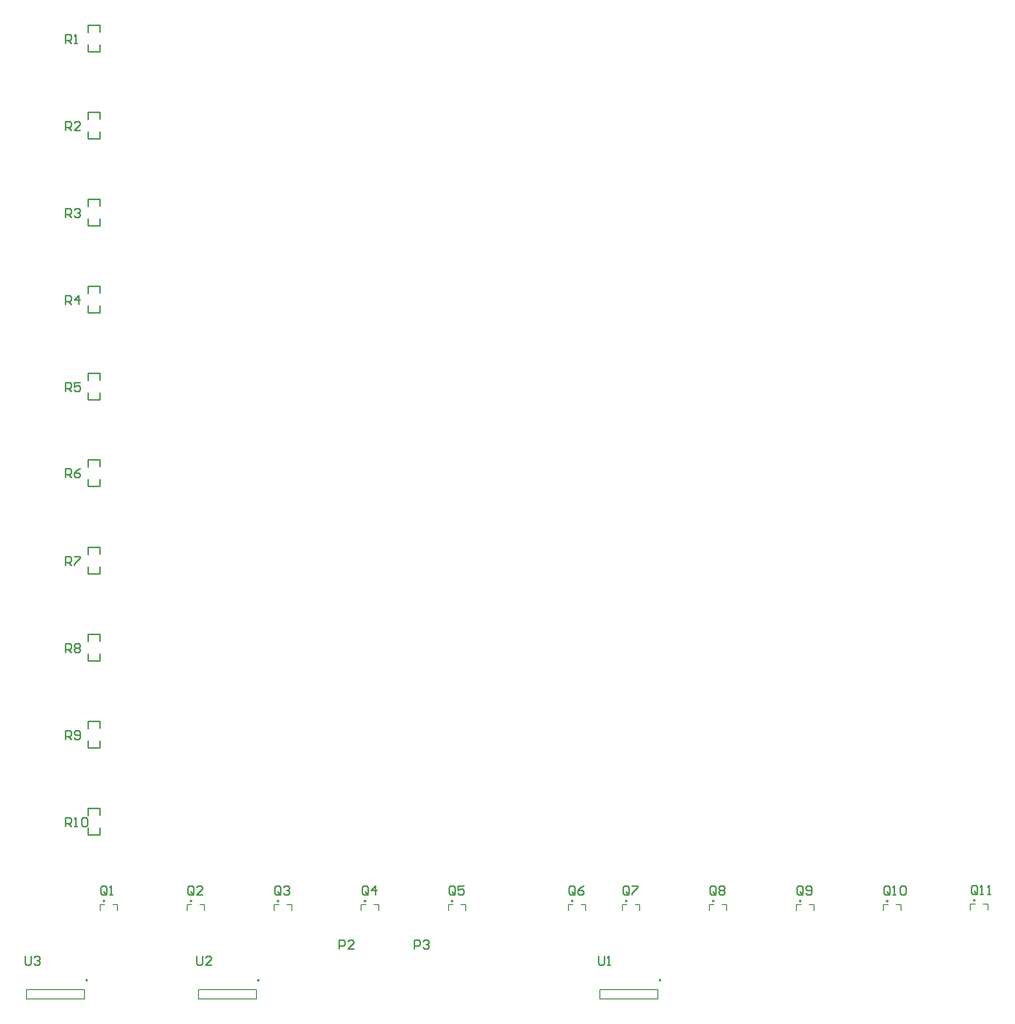
<source format=gto>
G04 Layer_Color=65535*
%FSLAX25Y25*%
%MOIN*%
G70*
G01*
G75*
%ADD22C,0.00984*%
%ADD23C,0.00787*%
%ADD24C,0.01000*%
D22*
X-304642Y-343854D02*
G03*
X-304642Y-343854I-492J0D01*
G01*
X84358D02*
G03*
X84358Y-343854I-492J0D01*
G01*
X-188142D02*
G03*
X-188142Y-343854I-492J0D01*
G01*
X-292906Y-290158D02*
G03*
X-292906Y-290158I-492J0D01*
G01*
X24705Y-290158D02*
G03*
X24705Y-290158I-492J0D01*
G01*
X-233851Y-290158D02*
G03*
X-233851Y-290158I-492J0D01*
G01*
X-174795D02*
G03*
X-174795Y-290158I-492J0D01*
G01*
X-115740D02*
G03*
X-115740Y-290158I-492J0D01*
G01*
X-56685D02*
G03*
X-56685Y-290158I-492J0D01*
G01*
X61425D02*
G03*
X61425Y-290158I-492J0D01*
G01*
X120480D02*
G03*
X120480Y-290158I-492J0D01*
G01*
X179535D02*
G03*
X179535Y-290158I-492J0D01*
G01*
X238591D02*
G03*
X238591Y-290158I-492J0D01*
G01*
X297646Y-289685D02*
G03*
X297646Y-289685I-492J0D01*
G01*
D23*
X-345862Y-356650D02*
Y-350350D01*
X-306492Y-356650D02*
Y-350350D01*
X-345862Y-356650D02*
X-306492D01*
X-345862Y-350350D02*
X-306492D01*
X43138Y-356650D02*
Y-350350D01*
X82508Y-356650D02*
Y-350350D01*
X43138Y-356650D02*
X82508D01*
X43138Y-350350D02*
X82508D01*
X-229362D02*
X-189992D01*
X-229362Y-356650D02*
X-189992D01*
Y-350350D01*
X-229362Y-356650D02*
Y-350350D01*
X-287296Y-292717D02*
X-284146D01*
Y-296654D02*
Y-292717D01*
X-295957D02*
X-292807D01*
X-295957Y-296654D02*
Y-292717D01*
X30315Y-292717D02*
X33465D01*
Y-296654D02*
Y-292717D01*
X21654D02*
X24803D01*
X21654Y-296654D02*
Y-292717D01*
X-228240Y-292717D02*
X-225091D01*
Y-296654D02*
Y-292717D01*
X-236902D02*
X-233752D01*
X-236902Y-296654D02*
Y-292717D01*
X-169185D02*
X-166036D01*
Y-296654D02*
Y-292717D01*
X-177847D02*
X-174697D01*
X-177847Y-296654D02*
Y-292717D01*
X-110130D02*
X-106981D01*
Y-296654D02*
Y-292717D01*
X-118792D02*
X-115642D01*
X-118792Y-296654D02*
Y-292717D01*
X-51075D02*
X-47925D01*
Y-296654D02*
Y-292717D01*
X-59736D02*
X-56587D01*
X-59736Y-296654D02*
Y-292717D01*
X67035D02*
X70185D01*
Y-296654D02*
Y-292717D01*
X58374D02*
X61523D01*
X58374Y-296654D02*
Y-292717D01*
X126091D02*
X129240D01*
Y-296654D02*
Y-292717D01*
X117429D02*
X120579D01*
X117429Y-296654D02*
Y-292717D01*
X185146D02*
X188295D01*
Y-296654D02*
Y-292717D01*
X176484D02*
X179634D01*
X176484Y-296654D02*
Y-292717D01*
X244201D02*
X247350D01*
Y-296654D02*
Y-292717D01*
X235539D02*
X238689D01*
X235539Y-296654D02*
Y-292717D01*
X303256Y-292244D02*
X306405D01*
Y-296181D02*
Y-292244D01*
X294595D02*
X297744D01*
X294595Y-296181D02*
Y-292244D01*
D24*
X-304182Y-245390D02*
Y-240665D01*
Y-245390D02*
X-296308D01*
Y-240665D01*
Y-232004D02*
Y-227279D01*
X-304182D02*
X-296308D01*
X-304182Y-232398D02*
Y-227279D01*
Y-186390D02*
Y-181665D01*
Y-186390D02*
X-296308D01*
Y-181665D01*
Y-173004D02*
Y-168280D01*
X-304182D02*
X-296308D01*
X-304182Y-173398D02*
Y-168280D01*
Y-127390D02*
Y-122665D01*
Y-127390D02*
X-296308D01*
Y-122665D01*
Y-114004D02*
Y-109280D01*
X-304182D02*
X-296308D01*
X-304182Y-114398D02*
Y-109280D01*
Y-68390D02*
Y-63665D01*
Y-68390D02*
X-296308D01*
Y-63665D01*
Y-55004D02*
Y-50279D01*
X-304182D02*
X-296308D01*
X-304182Y-55398D02*
Y-50279D01*
Y-8890D02*
Y-4165D01*
Y-8890D02*
X-296308D01*
Y-4165D01*
Y4496D02*
Y9221D01*
X-304182D02*
X-296308D01*
X-304182Y4102D02*
Y9221D01*
Y49610D02*
Y54335D01*
Y49610D02*
X-296308D01*
Y54335D01*
Y62996D02*
Y67721D01*
X-304182D02*
X-296308D01*
X-304182Y62602D02*
Y67721D01*
Y108610D02*
Y113335D01*
Y108610D02*
X-296308D01*
Y113335D01*
Y121996D02*
Y126720D01*
X-304182D02*
X-296308D01*
X-304182Y121602D02*
Y126720D01*
Y167610D02*
Y172335D01*
Y167610D02*
X-296308D01*
Y172335D01*
Y180996D02*
Y185721D01*
X-304182D02*
X-296308D01*
X-304182Y180602D02*
Y185721D01*
Y226610D02*
Y231335D01*
Y226610D02*
X-296308D01*
Y231335D01*
Y239996D02*
Y244721D01*
X-304182D02*
X-296308D01*
X-304182Y239602D02*
Y244721D01*
Y285610D02*
Y290335D01*
Y285610D02*
X-296308D01*
Y290335D01*
Y298996D02*
Y303720D01*
X-304182D02*
X-296308D01*
X-304182Y298602D02*
Y303720D01*
X-291584Y-284936D02*
Y-280938D01*
X-292584Y-279938D01*
X-294583D01*
X-295583Y-280938D01*
Y-284936D01*
X-294583Y-285936D01*
X-292584D01*
X-293584Y-283937D02*
X-291584Y-285936D01*
X-292584D02*
X-291584Y-284936D01*
X-289585Y-285936D02*
X-287586D01*
X-288585D01*
Y-279938D01*
X-289585Y-280938D01*
X26050Y-284937D02*
Y-280938D01*
X25051Y-279938D01*
X23051D01*
X22052Y-280938D01*
Y-284937D01*
X23051Y-285936D01*
X25051D01*
X24051Y-283937D02*
X26050Y-285936D01*
X25051D02*
X26050Y-284937D01*
X32048Y-279938D02*
X30049Y-280938D01*
X28050Y-282937D01*
Y-284937D01*
X29049Y-285936D01*
X31049D01*
X32048Y-284937D01*
Y-283937D01*
X31049Y-282937D01*
X28050D01*
X-230502Y-327738D02*
Y-332736D01*
X-229503Y-333736D01*
X-227503D01*
X-226504Y-332736D01*
Y-327738D01*
X-220506Y-333736D02*
X-224504D01*
X-220506Y-329737D01*
Y-328738D01*
X-221505Y-327738D01*
X-223505D01*
X-224504Y-328738D01*
X299016Y-284461D02*
Y-280462D01*
X298016Y-279463D01*
X296017D01*
X295017Y-280462D01*
Y-284461D01*
X296017Y-285461D01*
X298016D01*
X297016Y-283461D02*
X299016Y-285461D01*
X298016D02*
X299016Y-284461D01*
X301015Y-285461D02*
X303014D01*
X302015D01*
Y-279463D01*
X301015Y-280462D01*
X306013Y-285461D02*
X308013D01*
X307013D01*
Y-279463D01*
X306013Y-280462D01*
X239916Y-284936D02*
Y-280938D01*
X238916Y-279938D01*
X236917D01*
X235917Y-280938D01*
Y-284936D01*
X236917Y-285936D01*
X238916D01*
X237916Y-283937D02*
X239916Y-285936D01*
X238916D02*
X239916Y-284936D01*
X241915Y-285936D02*
X243914D01*
X242915D01*
Y-279938D01*
X241915Y-280938D01*
X246913D02*
X247913Y-279938D01*
X249912D01*
X250912Y-280938D01*
Y-284936D01*
X249912Y-285936D01*
X247913D01*
X246913Y-284936D01*
Y-280938D01*
X180916Y-284936D02*
Y-280938D01*
X179916Y-279938D01*
X177917D01*
X176917Y-280938D01*
Y-284936D01*
X177917Y-285936D01*
X179916D01*
X178916Y-283937D02*
X180916Y-285936D01*
X179916D02*
X180916Y-284936D01*
X182915D02*
X183915Y-285936D01*
X185914D01*
X186914Y-284936D01*
Y-280938D01*
X185914Y-279938D01*
X183915D01*
X182915Y-280938D01*
Y-281938D01*
X183915Y-282937D01*
X186914D01*
X121816Y-284936D02*
Y-280938D01*
X120816Y-279938D01*
X118817D01*
X117817Y-280938D01*
Y-284936D01*
X118817Y-285936D01*
X120816D01*
X119816Y-283937D02*
X121816Y-285936D01*
X120816D02*
X121816Y-284936D01*
X123815Y-280938D02*
X124815Y-279938D01*
X126814D01*
X127814Y-280938D01*
Y-281938D01*
X126814Y-282937D01*
X127814Y-283937D01*
Y-284936D01*
X126814Y-285936D01*
X124815D01*
X123815Y-284936D01*
Y-283937D01*
X124815Y-282937D01*
X123815Y-281938D01*
Y-280938D01*
X124815Y-282937D02*
X126814D01*
X62816Y-284936D02*
Y-280938D01*
X61816Y-279938D01*
X59816D01*
X58817Y-280938D01*
Y-284936D01*
X59816Y-285936D01*
X61816D01*
X60816Y-283937D02*
X62816Y-285936D01*
X61816D02*
X62816Y-284936D01*
X64815Y-279938D02*
X68814D01*
Y-280938D01*
X64815Y-284936D01*
Y-285936D01*
X-55284Y-284936D02*
Y-280938D01*
X-56284Y-279938D01*
X-58284D01*
X-59283Y-280938D01*
Y-284936D01*
X-58284Y-285936D01*
X-56284D01*
X-57284Y-283937D02*
X-55284Y-285936D01*
X-56284D02*
X-55284Y-284936D01*
X-49286Y-279938D02*
X-53285D01*
Y-282937D01*
X-51286Y-281938D01*
X-50286D01*
X-49286Y-282937D01*
Y-284936D01*
X-50286Y-285936D01*
X-52285D01*
X-53285Y-284936D01*
X-114384D02*
Y-280938D01*
X-115384Y-279938D01*
X-117383D01*
X-118383Y-280938D01*
Y-284936D01*
X-117383Y-285936D01*
X-115384D01*
X-116384Y-283937D02*
X-114384Y-285936D01*
X-115384D02*
X-114384Y-284936D01*
X-109386Y-285936D02*
Y-279938D01*
X-112385Y-282937D01*
X-108386D01*
X-173484Y-284936D02*
Y-280938D01*
X-174484Y-279938D01*
X-176483D01*
X-177483Y-280938D01*
Y-284936D01*
X-176483Y-285936D01*
X-174484D01*
X-175484Y-283937D02*
X-173484Y-285936D01*
X-174484D02*
X-173484Y-284936D01*
X-171485Y-280938D02*
X-170485Y-279938D01*
X-168486D01*
X-167486Y-280938D01*
Y-281938D01*
X-168486Y-282937D01*
X-169486D01*
X-168486D01*
X-167486Y-283937D01*
Y-284936D01*
X-168486Y-285936D01*
X-170485D01*
X-171485Y-284936D01*
X-232484D02*
Y-280938D01*
X-233484Y-279938D01*
X-235483D01*
X-236483Y-280938D01*
Y-284936D01*
X-235483Y-285936D01*
X-233484D01*
X-234484Y-283937D02*
X-232484Y-285936D01*
X-233484D02*
X-232484Y-284936D01*
X-226486Y-285936D02*
X-230485D01*
X-226486Y-281938D01*
Y-280938D01*
X-227486Y-279938D01*
X-229485D01*
X-230485Y-280938D01*
X-319450Y-239484D02*
Y-233486D01*
X-316451D01*
X-315452Y-234486D01*
Y-236485D01*
X-316451Y-237485D01*
X-319450D01*
X-317451D02*
X-315452Y-239484D01*
X-313452D02*
X-311453D01*
X-312453D01*
Y-233486D01*
X-313452Y-234486D01*
X-308454D02*
X-307454Y-233486D01*
X-305455D01*
X-304455Y-234486D01*
Y-238485D01*
X-305455Y-239484D01*
X-307454D01*
X-308454Y-238485D01*
Y-234486D01*
X-319450Y-180484D02*
Y-174486D01*
X-316451D01*
X-315452Y-175486D01*
Y-177485D01*
X-316451Y-178485D01*
X-319450D01*
X-317451D02*
X-315452Y-180484D01*
X-313452Y-179485D02*
X-312453Y-180484D01*
X-310453D01*
X-309454Y-179485D01*
Y-175486D01*
X-310453Y-174486D01*
X-312453D01*
X-313452Y-175486D01*
Y-176486D01*
X-312453Y-177485D01*
X-309454D01*
X-319450Y-121484D02*
Y-115486D01*
X-316451D01*
X-315452Y-116486D01*
Y-118485D01*
X-316451Y-119485D01*
X-319450D01*
X-317451D02*
X-315452Y-121484D01*
X-313452Y-116486D02*
X-312453Y-115486D01*
X-310453D01*
X-309454Y-116486D01*
Y-117485D01*
X-310453Y-118485D01*
X-309454Y-119485D01*
Y-120485D01*
X-310453Y-121484D01*
X-312453D01*
X-313452Y-120485D01*
Y-119485D01*
X-312453Y-118485D01*
X-313452Y-117485D01*
Y-116486D01*
X-312453Y-118485D02*
X-310453D01*
X-319450Y-62484D02*
Y-56486D01*
X-316451D01*
X-315452Y-57486D01*
Y-59485D01*
X-316451Y-60485D01*
X-319450D01*
X-317451D02*
X-315452Y-62484D01*
X-313452Y-56486D02*
X-309454D01*
Y-57486D01*
X-313452Y-61485D01*
Y-62484D01*
X-319450Y-2984D02*
Y3014D01*
X-316451D01*
X-315452Y2014D01*
Y15D01*
X-316451Y-985D01*
X-319450D01*
X-317451D02*
X-315452Y-2984D01*
X-309454Y3014D02*
X-311453Y2014D01*
X-313452Y15D01*
Y-1985D01*
X-312453Y-2984D01*
X-310453D01*
X-309454Y-1985D01*
Y-985D01*
X-310453Y15D01*
X-313452D01*
X-319450Y55516D02*
Y61514D01*
X-316451D01*
X-315452Y60514D01*
Y58515D01*
X-316451Y57515D01*
X-319450D01*
X-317451D02*
X-315452Y55516D01*
X-309454Y61514D02*
X-313452D01*
Y58515D01*
X-311453Y59514D01*
X-310453D01*
X-309454Y58515D01*
Y56515D01*
X-310453Y55516D01*
X-312453D01*
X-313452Y56515D01*
X-319450Y114516D02*
Y120514D01*
X-316451D01*
X-315452Y119514D01*
Y117515D01*
X-316451Y116515D01*
X-319450D01*
X-317451D02*
X-315452Y114516D01*
X-310453D02*
Y120514D01*
X-313452Y117515D01*
X-309454D01*
X-319450Y173516D02*
Y179514D01*
X-316451D01*
X-315452Y178514D01*
Y176515D01*
X-316451Y175515D01*
X-319450D01*
X-317451D02*
X-315452Y173516D01*
X-313452Y178514D02*
X-312453Y179514D01*
X-310453D01*
X-309454Y178514D01*
Y177515D01*
X-310453Y176515D01*
X-311453D01*
X-310453D01*
X-309454Y175515D01*
Y174515D01*
X-310453Y173516D01*
X-312453D01*
X-313452Y174515D01*
X-319450Y232516D02*
Y238514D01*
X-316451D01*
X-315452Y237514D01*
Y235515D01*
X-316451Y234515D01*
X-319450D01*
X-317451D02*
X-315452Y232516D01*
X-309454D02*
X-313452D01*
X-309454Y236514D01*
Y237514D01*
X-310453Y238514D01*
X-312453D01*
X-313452Y237514D01*
X-319450Y291516D02*
Y297514D01*
X-316451D01*
X-315452Y296514D01*
Y294515D01*
X-316451Y293515D01*
X-319450D01*
X-317451D02*
X-315452Y291516D01*
X-313452D02*
X-311453D01*
X-312453D01*
Y297514D01*
X-313452Y296514D01*
X-82831Y-322536D02*
Y-316538D01*
X-79832D01*
X-78833Y-317538D01*
Y-319537D01*
X-79832Y-320537D01*
X-82831D01*
X-76833Y-317538D02*
X-75833Y-316538D01*
X-73834D01*
X-72834Y-317538D01*
Y-318537D01*
X-73834Y-319537D01*
X-74834D01*
X-73834D01*
X-72834Y-320537D01*
Y-321536D01*
X-73834Y-322536D01*
X-75833D01*
X-76833Y-321536D01*
X41998Y-327738D02*
Y-332736D01*
X42997Y-333736D01*
X44997D01*
X45996Y-332736D01*
Y-327738D01*
X47996Y-333736D02*
X49995D01*
X48995D01*
Y-327738D01*
X47996Y-328738D01*
X-347002Y-327738D02*
Y-332736D01*
X-346003Y-333736D01*
X-344003D01*
X-343004Y-332736D01*
Y-327738D01*
X-341004Y-328738D02*
X-340005Y-327738D01*
X-338005D01*
X-337006Y-328738D01*
Y-329737D01*
X-338005Y-330737D01*
X-339005D01*
X-338005D01*
X-337006Y-331737D01*
Y-332736D01*
X-338005Y-333736D01*
X-340005D01*
X-341004Y-332736D01*
X-134031Y-322536D02*
Y-316538D01*
X-131032D01*
X-130033Y-317538D01*
Y-319537D01*
X-131032Y-320537D01*
X-134031D01*
X-124035Y-322536D02*
X-128033D01*
X-124035Y-318537D01*
Y-317538D01*
X-125034Y-316538D01*
X-127033D01*
X-128033Y-317538D01*
M02*

</source>
